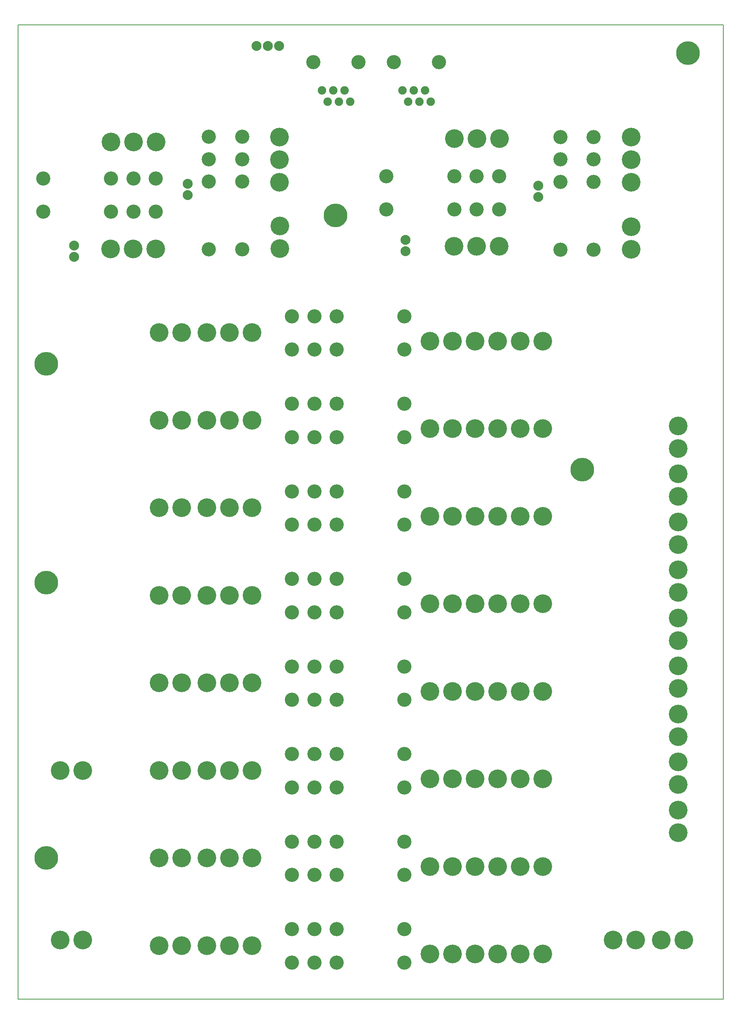
<source format=gbr>
G04 DipTrace 2.4.0.2*
%INbottommask.gbr*%
%MOIN*%
%ADD11C,0.006*%
%ADD30C,0.21*%
%ADD31C,0.126*%
%ADD47C,0.0749*%
%ADD48C,0.088*%
%ADD50C,0.1655*%
%FSLAX44Y44*%
G04*
G70*
G90*
G75*
G01*
%LNBotMask*%
%LPD*%
D50*
X62440Y54690D3*
Y52690D3*
X58690Y9190D3*
X56690D3*
X7690Y24190D3*
X9690D3*
X62940Y9190D3*
X60940D3*
X7690D3*
X9690D3*
D30*
X6440Y16440D3*
Y40820D3*
Y60190D3*
X32065Y73310D3*
X63315Y87690D3*
X53940Y50810D3*
D48*
X27064Y88319D3*
X26064D3*
X25064D3*
D47*
X33381Y83382D3*
X32881Y84382D3*
X32381Y83382D3*
X31881Y84382D3*
X31381Y83382D3*
X30881Y84382D3*
D31*
X34129Y86882D3*
X30129D3*
D47*
X40507Y83382D3*
X40007Y84382D3*
X39507Y83382D3*
X39007Y84382D3*
X38507Y83382D3*
X38007Y84382D3*
D31*
X41255Y86882D3*
X37255D3*
D48*
X38289Y71149D3*
Y70149D3*
D50*
X46589Y70590D3*
X44589D3*
X42589D3*
D31*
X36590Y76796D3*
Y73843D3*
X42598Y76796D3*
X44582D3*
X46566D3*
X42598Y73843D3*
X44582D3*
X46566D3*
D50*
X46610Y80111D3*
X44610D3*
X42610D3*
D48*
X8927Y70655D3*
Y69655D3*
D50*
X16153Y70367D3*
X14153D3*
X12153D3*
X16188Y79818D3*
X14188D3*
X12188D3*
D31*
X6184Y76602D3*
Y73649D3*
X12191Y76602D3*
X14176D3*
X16160D3*
X12191Y73649D3*
X14176D3*
X16160D3*
D50*
X44440Y7940D3*
X42440D3*
X40440D3*
X46440D3*
X48440D3*
X50440D3*
X18440Y8690D3*
X16440D3*
X62440Y18690D3*
Y20690D3*
D31*
X38190Y7190D3*
Y10143D3*
X32182Y7190D3*
X30198D3*
X28214D3*
X32182Y10143D3*
X30198D3*
X28214D3*
D50*
X20690Y8690D3*
X22690D3*
X24690D3*
X44440Y15690D3*
X42440D3*
X40440D3*
X46440D3*
X48440D3*
X50440D3*
X18440Y16440D3*
X16440D3*
X62440Y22940D3*
Y24940D3*
D31*
X38190Y14940D3*
Y17893D3*
X32182Y14940D3*
X30198D3*
X28214D3*
X32182Y17893D3*
X30198D3*
X28214D3*
D50*
X20690Y16440D3*
X22690D3*
X24690D3*
X44440Y23440D3*
X42440D3*
X40440D3*
X46440D3*
X48440D3*
X50440D3*
X18440Y24190D3*
X16440D3*
X62440Y27190D3*
Y29190D3*
D31*
X38190Y22690D3*
Y25643D3*
X32182Y22690D3*
X30198D3*
X28214D3*
X32182Y25643D3*
X30198D3*
X28214D3*
D50*
X20690Y24190D3*
X22690D3*
X24690D3*
X44440Y31190D3*
X42440D3*
X40440D3*
X46440D3*
X48440D3*
X50440D3*
X18440Y31940D3*
X16440D3*
X62440Y31440D3*
Y33440D3*
D31*
X38190Y30440D3*
Y33393D3*
X32182Y30440D3*
X30198D3*
X28214D3*
X32182Y33393D3*
X30198D3*
X28214D3*
D50*
X20690Y31940D3*
X22690D3*
X24690D3*
X44440Y38940D3*
X42440D3*
X40440D3*
X46440D3*
X48440D3*
X50440D3*
X18440Y39690D3*
X16440D3*
X62440Y35690D3*
Y37690D3*
D31*
X38190Y38190D3*
Y41143D3*
X32182Y38190D3*
X30198D3*
X28214D3*
X32182Y41143D3*
X30198D3*
X28214D3*
D50*
X20690Y39690D3*
X22690D3*
X24690D3*
X44440Y46690D3*
X42440D3*
X40440D3*
X46440D3*
X48440D3*
X50440D3*
X18440Y47440D3*
X16440D3*
X62440Y39940D3*
Y41940D3*
D31*
X38190Y45940D3*
Y48893D3*
X32182Y45940D3*
X30198D3*
X28214D3*
X32182Y48893D3*
X30198D3*
X28214D3*
D50*
X20690Y47440D3*
X22690D3*
X24690D3*
X44440Y54440D3*
X42440D3*
X40440D3*
X46440D3*
X48440D3*
X50440D3*
X18440Y55190D3*
X16440D3*
X62440Y44190D3*
Y46190D3*
D31*
X38190Y53690D3*
Y56643D3*
X32182Y53690D3*
X30198D3*
X28214D3*
X32182Y56643D3*
X30198D3*
X28214D3*
D50*
X20690Y55190D3*
X22690D3*
X24690D3*
X44440Y62190D3*
X42440D3*
X40440D3*
X46440D3*
X48440D3*
X50440D3*
X18440Y62940D3*
X16440D3*
X62440Y48440D3*
Y50440D3*
D31*
X38190Y61440D3*
Y64393D3*
X32182Y61440D3*
X30198D3*
X28214D3*
X32182Y64393D3*
X30198D3*
X28214D3*
D50*
X20690Y62940D3*
X22690D3*
X24690D3*
X27130Y70383D3*
Y72383D3*
D48*
X18990Y75112D3*
Y76112D3*
D50*
X27127Y80256D3*
Y78256D3*
Y76256D3*
D31*
X20844Y70307D3*
X23797D3*
X20844Y76315D3*
Y78300D3*
Y80284D3*
X23797Y76315D3*
Y78300D3*
Y80284D3*
D50*
X58275Y70326D3*
Y72326D3*
D48*
X50047Y74945D3*
Y75945D3*
D50*
X58273Y80242D3*
Y78242D3*
Y76242D3*
D31*
X52001Y70290D3*
X54954D3*
X52001Y76298D3*
Y78282D3*
Y80266D3*
X54954Y76298D3*
Y78282D3*
Y80266D3*
%LNBoardOutline*%
X3940Y3940D2*
D11*
X66440D1*
Y90190D1*
X3940D1*
Y3940D1*
M02*

</source>
